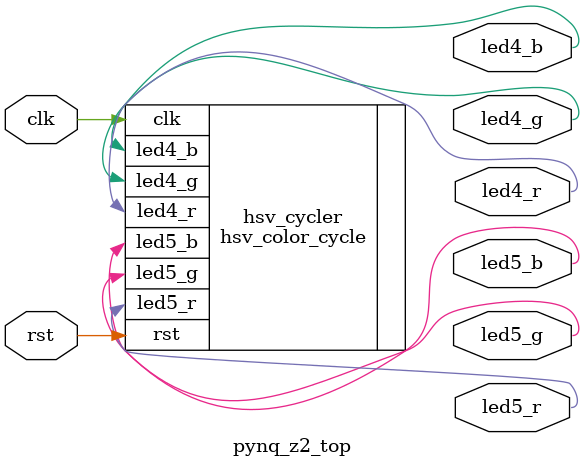
<source format=v>
`timescale 1ns / 1ps

module pynq_z2_top(
    input  wire clk,   // 125 MHz system clock
    input  wire rst,   // Reset button (Btn0)
    
    // RGB LEDs
    output wire led4_r,
    output wire led4_g,
    output wire led4_b,
    output wire led5_r,
    output wire led5_g,
    output wire led5_b
);

    // Instantiate the HSV color cycle module
    hsv_color_cycle hsv_cycler (
        .clk(clk),
        .rst(rst),
        .led4_r(led4_r),
        .led4_g(led4_g),
        .led4_b(led4_b),
        .led5_r(led5_r),
        .led5_g(led5_g),
        .led5_b(led5_b)
    );

endmodule
</source>
